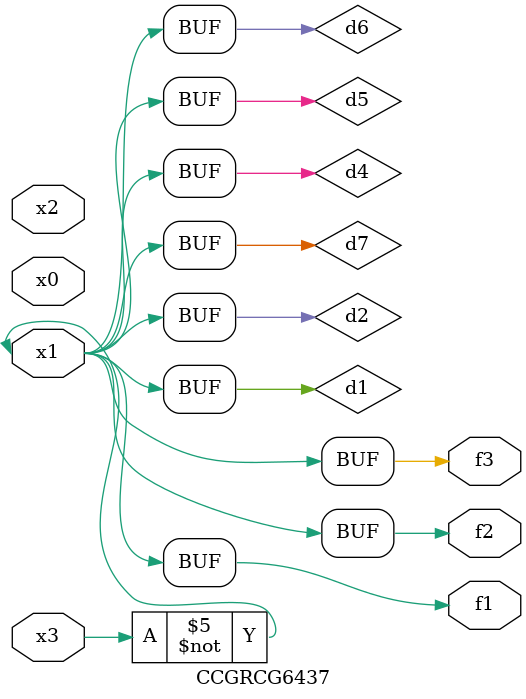
<source format=v>
module CCGRCG6437(
	input x0, x1, x2, x3,
	output f1, f2, f3
);

	wire d1, d2, d3, d4, d5, d6, d7;

	not (d1, x3);
	buf (d2, x1);
	xnor (d3, d1, d2);
	nor (d4, d1);
	buf (d5, d1, d2);
	buf (d6, d4, d5);
	nand (d7, d4);
	assign f1 = d6;
	assign f2 = d7;
	assign f3 = d6;
endmodule

</source>
